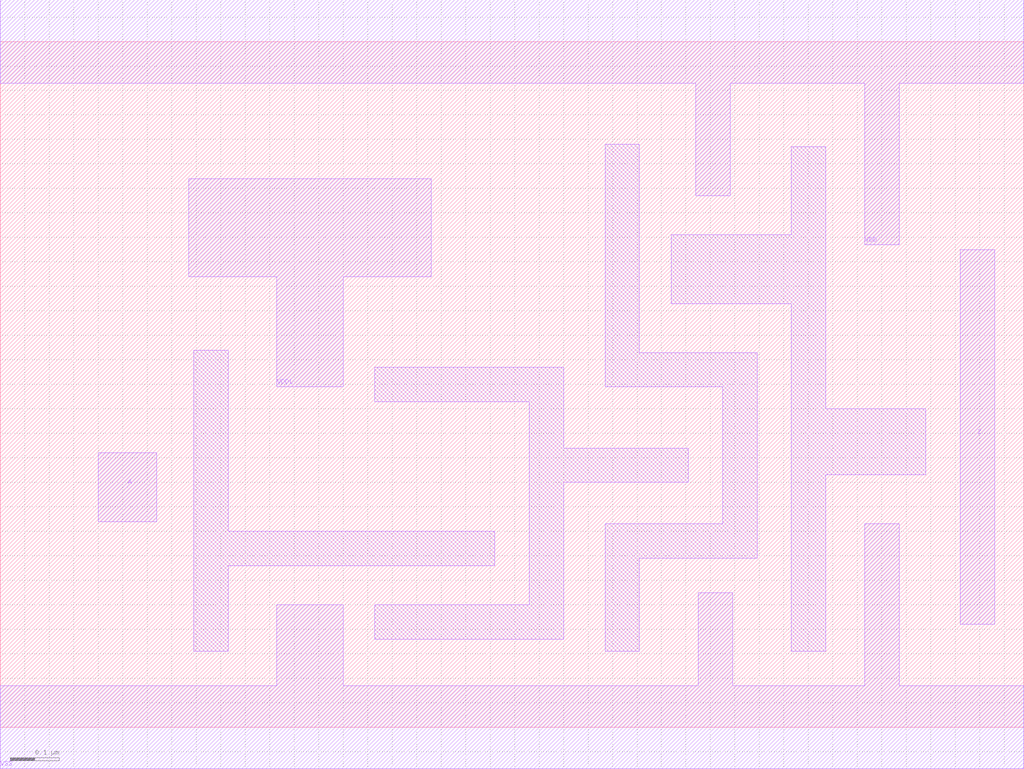
<source format=lef>
# 
# ******************************************************************************
# *                                                                            *
# *                   Copyright (C) 2004-2011, Nangate Inc.                    *
# *                           All rights reserved.                             *
# *                                                                            *
# * Nangate and the Nangate logo are trademarks of Nangate Inc.                *
# *                                                                            *
# * All trademarks, logos, software marks, and trade names (collectively the   *
# * "Marks") in this program are proprietary to Nangate or other respective    *
# * owners that have granted Nangate the right and license to use such Marks.  *
# * You are not permitted to use the Marks without the prior written consent   *
# * of Nangate or such third party that may own the Marks.                     *
# *                                                                            *
# * This file has been provided pursuant to a License Agreement containing     *
# * restrictions on its use. This file contains valuable trade secrets and     *
# * proprietary information of Nangate Inc., and is protected by U.S. and      *
# * international laws and/or treaties.                                        *
# *                                                                            *
# * The copyright notice(s) in this file does not indicate actual or intended  *
# * publication of this file.                                                  *
# *                                                                            *
# *     NGLibraryCreator, v2010.08-HR32-SP3-2010-08-05 - build 1009061800      *
# *                                                                            *
# ******************************************************************************
# 
# 
# Running on server08.nangate.com for user Giancarlo Franciscatto (gfr).
# Local time is now Thu, 6 Jan 2011, 18:10:28.
# Main process id is 3320.

VERSION 5.6 ;
BUSBITCHARS "[]" ;
DIVIDERCHAR "/" ;

MACRO LS_LH_X4
  CLASS core ;
  FOREIGN LS_LH_X4 0.0 0.0 ;
  ORIGIN 0 0 ;
  SYMMETRY X Y ;
  SITE FreePDK45_38x28_10R_NP_162NW_34O ;
  SIZE 2.09 BY 1.4 ;
  PIN A
    DIRECTION INPUT ;
    ANTENNAPARTIALMETALAREA 0.0168 LAYER metal1 ;
    ANTENNAPARTIALMETALSIDEAREA 0.0676 LAYER metal1 ;
    ANTENNAGATEAREA 0.011 ;
    PORT
      LAYER metal1 ;
        POLYGON 0.2 0.42 0.32 0.42 0.32 0.56 0.2 0.56  ;
    END
  END A
  PIN Z
    DIRECTION OUTPUT ;
    ANTENNAPARTIALMETALAREA 0.05355 LAYER metal1 ;
    ANTENNAPARTIALMETALSIDEAREA 0.2171 LAYER metal1 ;
    ANTENNADIFFAREA 0.0957 ;
    PORT
      LAYER metal1 ;
        POLYGON 1.96 0.21 2.03 0.21 2.03 0.975 1.96 0.975  ;
    END
  END Z
  PIN VDD
    DIRECTION INOUT ;
    USE power ;
    SHAPE ABUTMENT ;
    PORT
      LAYER metal1 ;
        POLYGON 0 1.315 1.42 1.315 1.42 1.085 1.49 1.085 1.49 1.315 1.765 1.315 1.765 0.985 1.835 0.985 1.835 1.315 1.89 1.315 2.09 1.315 2.09 1.485 1.89 1.485 0 1.485  ;
    END
  END VDD
  PIN VDDL
    DIRECTION INOUT ;
    USE power ;
    SHAPE ABUTMENT ;
    PORT
      LAYER metal1 ;
        POLYGON 0.385 0.92 0.565 0.92 0.565 0.695 0.7 0.695 0.7 0.92 0.88 0.92 0.88 1.12 0.385 1.12  ;
    END
  END VDDL
  PIN VSS
    DIRECTION INOUT ;
    USE ground ;
    SHAPE ABUTMENT ;
    PORT
      LAYER metal1 ;
        POLYGON 0 -0.085 2.09 -0.085 2.09 0.085 1.835 0.085 1.835 0.415 1.765 0.415 1.765 0.085 1.495 0.085 1.495 0.275 1.425 0.275 1.425 0.085 0.7 0.085 0.7 0.25 0.565 0.25 0.565 0.085 0 0.085  ;
    END
  END VSS
  OBS
      LAYER metal1 ;
        POLYGON 0.395 0.155 0.465 0.155 0.465 0.33 1.01 0.33 1.01 0.4 0.465 0.4 0.465 0.77 0.395 0.77  ;
        POLYGON 0.765 0.665 1.08 0.665 1.08 0.25 0.765 0.25 0.765 0.18 1.15 0.18 1.15 0.5 1.405 0.5 1.405 0.57 1.15 0.57 1.15 0.735 0.765 0.735  ;
        POLYGON 1.235 0.695 1.475 0.695 1.475 0.415 1.235 0.415 1.235 0.155 1.305 0.155 1.305 0.345 1.545 0.345 1.545 0.765 1.305 0.765 1.305 1.19 1.235 1.19  ;
        POLYGON 1.37 0.865 1.615 0.865 1.615 0.155 1.685 0.155 1.685 0.515 1.89 0.515 1.89 0.65 1.685 0.65 1.685 1.185 1.615 1.185 1.615 1.005 1.37 1.005  ;
  END
END LS_LH_X4

END LIBRARY
#
# End of file
#

</source>
